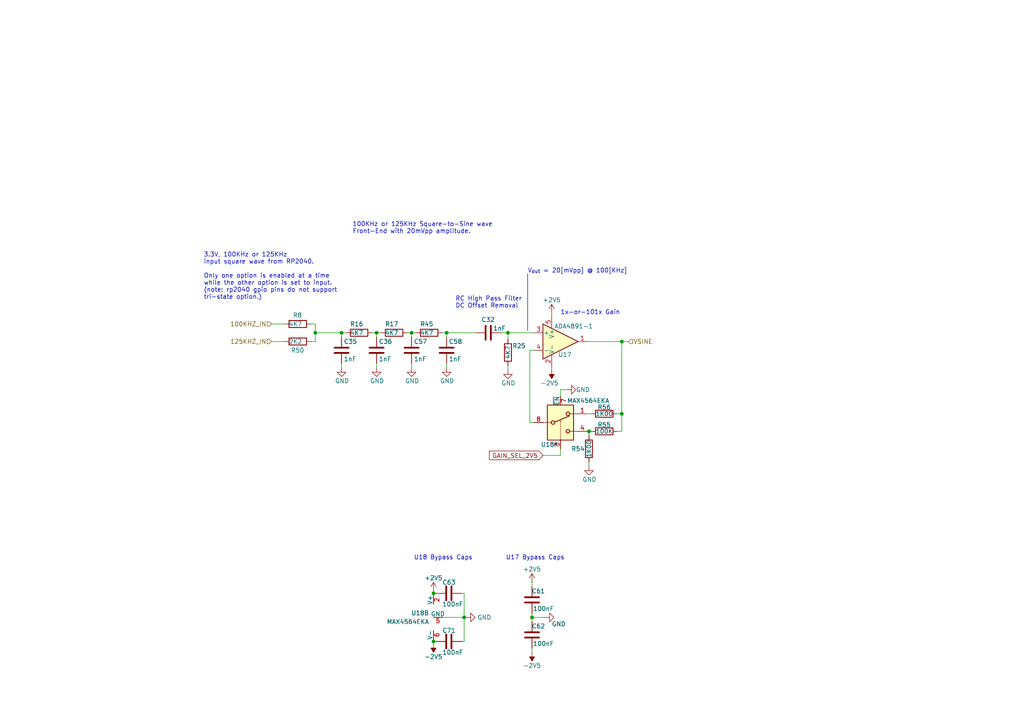
<source format=kicad_sch>
(kicad_sch (version 20231120) (generator "eeschema") (generator_version "8.0")
  (paper "A4")
  (title_block (title "Lickety Split Capacitive Lick Detector Main Board") (date "2023-09-01") (rev "1.0.0") (company "The Allen Institute for Neural Dynamics"))
  (lib_symbols
    (symbol "Device:C" (pin_numbers hide) (pin_names (offset 0.254))
      (property "Reference" "C" (at 0.635 2.54 0))
      (property "Value" "C" (at 0.635 -2.54 0))
      (symbol "C_0_1"
        (polyline (pts (xy -2.032 -0.762) (xy 2.032 -0.762)) (stroke (width 0.508)))
        (polyline (pts (xy -2.032 0.762) (xy 2.032 0.762)) (stroke (width 0.508)))
      )
      (symbol "C_1_1"
        (pin passive line (at 0 3.81 270) (length 2.794) (name "~") (number "1"))
        (pin passive line (at 0 -3.81 90) (length 2.794) (name "~") (number "2"))
      )
    )
    (symbol "Device:R" (pin_numbers hide) (pin_names (offset 0))
      (property "Reference" "R" (at 2.032 0 90))
      (property "Value" "R" (at 0 0 90))
      (symbol "R_0_1"
        (rectangle (start -1.016 -2.54) (end 1.016 2.54) (stroke (width 0.254)))
      )
      (symbol "R_1_1"
        (pin passive line (at 0 3.81 270) (length 1.27) (name "~") (number "1"))
        (pin passive line (at 0 -3.81 90) (length 1.27) (name "~") (number "2"))
      )
    )
    (symbol "kicad_component_library:ADA4891-1" (pin_names (offset 0.127))
      (property "Reference" "U" (at 0 5.08 0))
      (property "Value" "ADA4891-1" (at 0 -5.08 0))
      (symbol "ADA4891-1_0_1"
        (polyline (pts (xy -5.08 5.08) (xy 5.08 0) (xy -5.08 -5.08) (xy -5.08 5.08)) (stroke (width 0.254)) (fill (type background)))
        (pin power_in line (at -2.54 -7.62 90) (length 3.81) (name "V-") (number "2"))
        (pin power_in line (at -2.54 7.62 270) (length 3.81) (name "V+") (number "5"))
      )
      (symbol "ADA4891-1_1_1"
        (pin output line (at 7.62 0 180) (length 2.54) (name "~") (number "1"))
        (pin input line (at -7.62 2.54 0) (length 2.54) (name "+") (number "3"))
        (pin input line (at -7.62 -2.54 0) (length 2.54) (name "-") (number "4"))
      )
    )
    (symbol "kicad_component_library:MAX4564EKA+T" (pin_names (offset 0))
      (property "Reference" "U" (at -5.715 8.128 0))
      (property "Value" "MAX4564EKA" (at -15.24 6.35 0))
      (symbol "MAX4564EKA+T_1_1"
        (rectangle (start -3.81 5.08) (end 3.81 -5.08) (stroke (width 0.254)) (fill (type background)))
        (circle (center -2.159 0) (radius 0.508) (stroke (width 0.254)))
        (polyline (pts (xy -5.08 0) (xy -2.794 0)))
        (polyline (pts (xy -1.651 0.127) (xy 2.54 1.905)) (stroke (width 0.254)))
        (polyline (pts (xy 0 -5.08) (xy 0 -4.572)))
        (polyline (pts (xy 0 -4.318) (xy 0 -4.064)))
        (polyline (pts (xy 0 -3.81) (xy 0 -3.556)))
        (polyline (pts (xy 0 -3.302) (xy 0 -3.048)))
        (polyline (pts (xy 0 -2.794) (xy 0 -2.54)))
        (polyline (pts (xy 0 -2.286) (xy 0 -2.032)))
        (polyline (pts (xy 0 -1.778) (xy 0 -1.524)))
        (polyline (pts (xy 0 -1.27) (xy 0 -1.016)))
        (polyline (pts (xy 0 -0.762) (xy 0 -0.508)))
        (polyline (pts (xy 0 -0.254) (xy 0 0)))
        (polyline (pts (xy 0 0.254) (xy 0 0.508)))
        (polyline (pts (xy 0 0.254) (xy 0 0.508)))
        (polyline (pts (xy 5.08 -2.54) (xy 2.794 -2.54)))
        (polyline (pts (xy 5.08 2.54) (xy 2.794 2.54)))
        (circle (center 2.159 -2.54) (radius 0.508) (stroke (width 0.254)))
        (circle (center 2.159 2.54) (radius 0.508) (stroke (width 0.254)))
        (pin passive line (at 7.62 2.54 180) (length 2.54) (name "~") (number "1"))
        (pin input line (at 0 -7.62 90) (length 2.54) (name "~") (number "3"))
        (pin passive line (at 7.62 -2.54 180) (length 2.54) (name "~") (number "4"))
        (pin input line (at 0 7.62 270) (length 2.54) (name "~{EN}") (number "7"))
        (pin passive line (at -7.62 0 0) (length 2.54) (name "~") (number "8"))
      )
      (symbol "MAX4564EKA+T_2_0"
        (pin power_in line (at 0 6.35 270) (length 2.54) (name "V+") (number "2"))
        (pin power_in line (at 2.54 0 180) (length 2.54) (name "GND") (number "5"))
        (pin power_in line (at 0 -6.35 90) (length 2.54) (name "V-") (number "6"))
      )
    )
    (symbol "power:+2V5" (power) (pin_names (offset 0))
      (property "Value" "+2V5" (at 0 3.556 0))
      (symbol "+2V5_0_1"
        (polyline (pts (xy -0.762 1.27) (xy 0 2.54)))
        (polyline (pts (xy 0 0) (xy 0 2.54)))
        (polyline (pts (xy 0 2.54) (xy 0.762 1.27)))
      )
      (symbol "+2V5_1_1"
        (pin power_in line (at 0 0 90) (length 0) hide (name "+2V5") (number "1"))
      )
    )
    (symbol "power:-2V5" (power) (pin_names (offset 0))
      (property "Value" "-2V5" (at 0 3.81 0))
      (symbol "-2V5_0_0"
        (pin power_in line (at 0 0 90) (length 0) hide (name "-2V5") (number "1"))
      )
      (symbol "-2V5_0_1"
        (polyline (pts (xy 0 0) (xy 0 1.27) (xy 0.762 1.27) (xy 0 2.54) (xy -0.762 1.27) (xy 0 1.27)) (fill (type outline)))
      )
    )
    (symbol "power:GND" (power) (pin_names (offset 0))
      (property "Value" "GND" (at 0 -3.81 0))
      (symbol "GND_0_1"
        (polyline (pts (xy 0 0) (xy 0 -1.27) (xy 1.27 -1.27) (xy 0 -2.54) (xy -1.27 -1.27) (xy 0 -1.27)))
      )
      (symbol "GND_1_1"
        (pin power_in line (at 0 0 270) (length 0) hide (name "GND") (number "1"))
      )
    )
  )
  (junction (at 119.38 96.52))
  (junction (at 134.62 179.07))
  (junction (at 99.06 96.52))
  (junction (at 125.73 186.055))
  (junction (at 125.73 172.085))
  (junction (at 109.22 96.52))
  (junction (at 154.305 179.07))
  (junction (at 91.44 96.52))
  (junction (at 180.34 99.06))
  (junction (at 180.34 120.015))
  (junction (at 147.32 96.52))
  (junction (at 129.54 96.52))
  (junction (at 170.815 125.095))
  (wire (pts (xy 82.55 99.06) (xy 78.74 99.06)))
  (wire (pts (xy 119.38 97.79) (xy 119.38 96.52)))
  (wire (pts (xy 180.34 125.095) (xy 180.34 120.015)))
  (wire (pts (xy 133.985 186.055) (xy 134.62 186.055)))
  (wire (pts (xy 128.27 179.07) (xy 134.62 179.07)))
  (wire (pts (xy 154.305 168.91) (xy 154.305 170.18)))
  (wire (pts (xy 134.62 172.085) (xy 133.985 172.085)))
  (wire (pts (xy 129.54 96.52) (xy 128.27 96.52)))
  (wire (pts (xy 90.17 93.98) (xy 91.44 93.98)))
  (wire (pts (xy 154.94 122.555) (xy 153.67 122.555)))
  (wire (pts (xy 145.415 96.52) (xy 147.32 96.52)))
  (wire (pts (xy 153.67 101.6) (xy 153.67 122.555)))
  (wire (pts (xy 91.44 96.52) (xy 99.06 96.52)))
  (wire (pts (xy 179.07 120.015) (xy 180.34 120.015)))
  (wire (pts (xy 179.07 125.095) (xy 180.34 125.095)))
  (wire (pts (xy 134.62 179.07) (xy 134.62 172.085)))
  (wire (pts (xy 125.73 186.055) (xy 125.73 186.69)))
  (wire (pts (xy 125.73 172.085) (xy 126.365 172.085)))
  (wire (pts (xy 164.465 113.03) (xy 162.56 113.03)))
  (wire (pts (xy 129.54 96.52) (xy 137.795 96.52)))
  (wire (pts (xy 99.06 105.41) (xy 99.06 106.68)))
  (wire (pts (xy 125.73 171.45) (xy 125.73 172.085)))
  (wire (pts (xy 125.73 172.085) (xy 125.73 172.72)))
  (wire (pts (xy 154.305 179.07) (xy 158.115 179.07)))
  (wire (pts (xy 154.305 179.07) (xy 154.305 180.34)))
  (wire (pts (xy 125.73 185.42) (xy 125.73 186.055)))
  (wire (pts (xy 125.73 186.055) (xy 126.365 186.055)))
  (wire (pts (xy 91.44 96.52) (xy 91.44 99.06)))
  (wire (pts (xy 119.38 96.52) (xy 120.65 96.52)))
  (polyline (pts (xy 153.035 79.375) (xy 153.035 95.885)))
  (wire (pts (xy 170.815 125.095) (xy 171.45 125.095)))
  (wire (pts (xy 180.34 99.06) (xy 182.245 99.06)))
  (wire (pts (xy 99.06 96.52) (xy 100.33 96.52)))
  (wire (pts (xy 119.38 96.52) (xy 118.11 96.52)))
  (wire (pts (xy 157.48 132.08) (xy 162.56 132.08)))
  (wire (pts (xy 170.18 125.095) (xy 170.815 125.095)))
  (wire (pts (xy 109.22 96.52) (xy 107.95 96.52)))
  (wire (pts (xy 119.38 105.41) (xy 119.38 106.68)))
  (wire (pts (xy 147.32 96.52) (xy 154.94 96.52)))
  (wire (pts (xy 99.06 97.79) (xy 99.06 96.52)))
  (wire (pts (xy 160.02 90.805) (xy 160.02 91.44)))
  (wire (pts (xy 147.32 96.52) (xy 147.32 98.425)))
  (wire (pts (xy 160.02 106.68) (xy 160.02 107.315)))
  (wire (pts (xy 78.74 93.98) (xy 82.55 93.98)))
  (wire (pts (xy 180.34 99.06) (xy 180.34 120.015)))
  (wire (pts (xy 109.22 96.52) (xy 110.49 96.52)))
  (wire (pts (xy 154.94 101.6) (xy 153.67 101.6)))
  (wire (pts (xy 109.22 97.79) (xy 109.22 96.52)))
  (wire (pts (xy 162.56 130.175) (xy 162.56 132.08)))
  (wire (pts (xy 170.18 99.06) (xy 180.34 99.06)))
  (wire (pts (xy 134.62 179.07) (xy 135.255 179.07)))
  (wire (pts (xy 147.32 106.045) (xy 147.32 107.315)))
  (wire (pts (xy 162.56 113.03) (xy 162.56 114.935)))
  (wire (pts (xy 129.54 97.79) (xy 129.54 96.52)))
  (wire (pts (xy 134.62 186.055) (xy 134.62 179.07)))
  (wire (pts (xy 91.44 93.98) (xy 91.44 96.52)))
  (wire (pts (xy 154.305 177.8) (xy 154.305 179.07)))
  (wire (pts (xy 170.815 133.985) (xy 170.815 135.255)))
  (wire (pts (xy 90.17 99.06) (xy 91.44 99.06)))
  (wire (pts (xy 109.22 105.41) (xy 109.22 106.68)))
  (wire (pts (xy 154.305 187.96) (xy 154.305 189.23)))
  (wire (pts (xy 170.815 125.095) (xy 170.815 126.365)))
  (wire (pts (xy 170.18 120.015) (xy 171.45 120.015)))
  (wire (pts (xy 129.54 105.41) (xy 129.54 106.68)))
  (text "100KHz or 125KHz Square-to-Sine wave\nFront-End with 20mVpp amplitude." (at 102.235 67.945 0) (effects (font (size 1.27 1.27)) (justify left bottom)))
  (text "3.3V, 100KHz or 125KHz\ninput square wave from RP2040.\n\nOnly one option is enabled at a time\nwhile the other option is set to input.\n(note: rp2040 gpio pins do not support\ntri-state option.)" (at 59.055 86.995 0) (effects (font (size 1.27 1.27)) (justify left bottom)))
  (text "RC High Pass Filter\nDC Offset Removal" (at 132.08 89.535 0) (effects (font (size 1.27 1.27)) (justify left bottom)))
  (text "V_{out} = 20[mVpp] @ 100[KHz]" (at 153.035 79.375 0) (effects (font (size 1.27 1.27)) (justify left bottom)))
  (text "U18 Bypass Caps" (at 120.015 162.56 0) (effects (font (size 1.27 1.27)) (justify left bottom)))
  (text "1x-or-101x Gain" (at 162.56 91.44 0) (effects (font (size 1.27 1.27)) (justify left bottom)))
  (text "U17 Bypass Caps" (at 146.685 162.56 0) (effects (font (size 1.27 1.27)) (justify left bottom)))
  (global_label "GAIN_SEL_2V5" (shape input) (at 157.48 132.08 180) (property "Intersheetrefs" "${INTERSHEET_REFS}" (effects (hide yes))))
  (hierarchical_label "125KHZ_IN" (shape input) (at 78.74 99.06 180))
  (hierarchical_label "VSINE" (shape input) (at 182.245 99.06 0))
  (hierarchical_label "100KHZ_IN" (shape input) (at 78.74 93.98 180))
  (symbol (lib_id "power:GND") (at 158.115 179.07 90) (unit 1)
    (property "Reference" "#PWR0130" (effects (hide yes)))
    (property "Value" "GND" (at 160.02 180.975 90) (effects (justify right)))
  )
  (symbol (lib_id "power:+2V5") (at 160.02 90.805 0) (unit 1)
    (property "Reference" "#PWR0122" (effects (hide yes)))
    (property "Value" "+2V5" (at 160.02 86.995 0))
  )
  (symbol (lib_id "Device:C") (at 154.305 173.99 180) (unit 1)
    (property "Reference" "C61" (at 158.115 171.45 0) (effects (justify left)))
    (property "Value" "100nF" (at 160.655 176.53 0) (effects (justify left)))
    (property "Footprint" "Capacitor_SMD:C_0402_1005Metric" (effects (hide yes)))
    (property "Datasheet" "http://www.passivecomponent.com/wp-content/uploads/datasheet/WTC_MLCC_General_Purpose.pdf" (effects (hide yes)))
    (property "Link" "https://www.digikey.com/en/products/detail/walsin-technology-corporation/0402B104K160CT/6707534" (effects (hide yes)))
    (property "Manufacturer" "Walson Technology Corporation" (effects (hide yes)))
    (property "Manufacturer Number" "0402B104K160CT" (effects (hide yes)))
    (property "Rated Voltage" "16V" (effects (hide yes)))
    (property "Temperature Coefficient" "X7R" (effects (hide yes)))
    (property "Tolerance" "10%" (effects (hide yes)))
  )
  (symbol (lib_id "Device:C") (at 130.175 172.085 270) (unit 1)
    (property "Reference" "C63" (at 128.27 168.91 90) (effects (justify left)))
    (property "Value" "100nF" (at 128.27 175.26 90) (effects (justify left)))
    (property "Footprint" "Capacitor_SMD:C_0402_1005Metric" (effects (hide yes)))
    (property "Datasheet" "http://www.passivecomponent.com/wp-content/uploads/datasheet/WTC_MLCC_General_Purpose.pdf" (effects (hide yes)))
    (property "Link" "https://www.digikey.com/en/products/detail/walsin-technology-corporation/0402B104K160CT/6707534" (effects (hide yes)))
    (property "Manufacturer" "Walson Technology Corporation" (effects (hide yes)))
    (property "Manufacturer Number" "0402B104K160CT" (effects (hide yes)))
    (property "Rated Voltage" "16V" (effects (hide yes)))
    (property "Temperature Coefficient" "X7R" (effects (hide yes)))
    (property "Tolerance" "10%" (effects (hide yes)))
  )
  (symbol (lib_id "Device:R") (at 175.26 120.015 90) (unit 1)
    (property "Reference" "R56" (at 175.26 118.11 90))
    (property "Value" "1K00" (at 175.26 120.015 90))
    (property "Footprint" "Resistor_SMD:R_0402_1005Metric" (effects (hide yes)))
    (property "Datasheet" "https://www.yageo.com/upload/media/product/app/datasheet/rchip/pyu-rt_1-to-0.01_rohs_l.pdf" (effects (hide yes)))
    (property "Tolerance" "0.1%" (effects (hide yes)))
    (property "Link" "https://www.digikey.com/en/products/detail/yageo/RT0402BRB071KL/5925998" (effects (hide yes)))
    (property "Manufacturer" "Yageo" (effects (hide yes)))
    (property "Manufacturer Number" "RT0402BRB071KL" (effects (hide yes)))
  )
  (symbol (lib_id "Device:R") (at 104.14 96.52 90) (unit 1)
    (property "Reference" "R16" (at 105.41 93.98 90) (effects (justify left)))
    (property "Value" "4K7" (at 105.41 96.52 90) (effects (justify left)))
    (property "Footprint" "Resistor_SMD:R_0402_1005Metric" (effects (hide yes)))
    (property "Datasheet" "https://www.koaspeer.com/pdfs/RN73R.pdf" (effects (hide yes)))
    (property "Link" "https://www.digikey.com/en/products/detail/koa-speer-electronics-inc/RN73R1ETTP4701B25/9991850" (effects (hide yes)))
    (property "Manufacturer" "KOA Speer Electronics, Inc." (effects (hide yes)))
    (property "Manufacturer Number" "RN73R1ETTP4701B25" (effects (hide yes)))
    (property "Tolerance" "0.1%" (effects (hide yes)))
    (property "Vendor Number" "2019-RN73R1ETTP4701B25DKR-ND" (effects (hide yes)))
  )
  (symbol (lib_id "Device:C") (at 130.175 186.055 270) (unit 1)
    (property "Reference" "C71" (at 128.27 182.88 90) (effects (justify left)))
    (property "Value" "100nF" (at 128.27 189.23 90) (effects (justify left)))
    (property "Footprint" "Capacitor_SMD:C_0402_1005Metric" (effects (hide yes)))
    (property "Datasheet" "http://www.passivecomponent.com/wp-content/uploads/datasheet/WTC_MLCC_General_Purpose.pdf" (effects (hide yes)))
    (property "Link" "https://www.digikey.com/en/products/detail/walsin-technology-corporation/0402B104K160CT/6707534" (effects (hide yes)))
    (property "Manufacturer" "Walson Technology Corporation" (effects (hide yes)))
    (property "Manufacturer Number" "0402B104K160CT" (effects (hide yes)))
    (property "Rated Voltage" "16V" (effects (hide yes)))
    (property "Temperature Coefficient" "X7R" (effects (hide yes)))
    (property "Tolerance" "10%" (effects (hide yes)))
  )
  (symbol (lib_id "Device:R") (at 124.46 96.52 90) (unit 1)
    (property "Reference" "R45" (at 125.73 93.98 90) (effects (justify left)))
    (property "Value" "4K7" (at 125.73 96.52 90) (effects (justify left)))
    (property "Footprint" "Resistor_SMD:R_0402_1005Metric" (effects (hide yes)))
    (property "Datasheet" "https://www.koaspeer.com/pdfs/RN73R.pdf" (effects (hide yes)))
    (property "Link" "https://www.digikey.com/en/products/detail/koa-speer-electronics-inc/RN73R1ETTP4701B25/9991850" (effects (hide yes)))
    (property "Manufacturer" "KOA Speer Electronics, Inc." (effects (hide yes)))
    (property "Manufacturer Number" "RN73R1ETTP4701B25" (effects (hide yes)))
    (property "Tolerance" "0.1%" (effects (hide yes)))
    (property "Vendor Number" "2019-RN73R1ETTP4701B25DKR-ND" (effects (hide yes)))
  )
  (symbol (lib_id "Device:C") (at 141.605 96.52 90) (unit 1)
    (property "Reference" "C32" (at 143.51 92.71 90) (effects (justify left)))
    (property "Value" "1nF" (at 146.685 95.25 90) (effects (justify left)))
    (property "Footprint" "Capacitor_SMD:C_0402_1005Metric" (effects (hide yes)))
    (property "Datasheet" "https://search.murata.co.jp/Ceramy/image/img/A01X/G101/ENG/GCM1555C1H102FA16-01.pdf" (effects (hide yes)))
    (property "Link" "https://www.digikey.com/en/products/detail/murata-electronics/GCM1555C1H102FA16D/7363205" (effects (hide yes)))
    (property "Manufacturer Number" "GCM1555C1H102FA16D" (effects (hide yes)))
    (property "Manufacturer" "Murata Electronics" (effects (hide yes)))
    (property "Rated Voltage" "50V" (effects (hide yes)))
    (property "Temperature Coefficient" "COG/NP0" (effects (hide yes)))
    (property "Vendor Number" "490-16461-6-ND" (effects (hide yes)))
    (property "Tolerance" "1%" (effects (hide yes)))
  )
  (symbol (lib_id "power:GND") (at 164.465 113.03 90) (unit 1)
    (property "Reference" "#PWR0131" (effects (hide yes)))
    (property "Value" "GND" (at 167.005 113.03 90) (effects (justify right)))
  )
  (symbol (lib_id "Device:R") (at 114.3 96.52 90) (unit 1)
    (property "Reference" "R17" (at 115.57 93.98 90) (effects (justify left)))
    (property "Value" "4K7" (at 115.57 96.52 90) (effects (justify left)))
    (property "Footprint" "Resistor_SMD:R_0402_1005Metric" (effects (hide yes)))
    (property "Datasheet" "https://www.koaspeer.com/pdfs/RN73R.pdf" (effects (hide yes)))
    (property "Link" "https://www.digikey.com/en/products/detail/koa-speer-electronics-inc/RN73R1ETTP4701B25/9991850" (effects (hide yes)))
    (property "Manufacturer" "KOA Speer Electronics, Inc." (effects (hide yes)))
    (property "Manufacturer Number" "RN73R1ETTP4701B25" (effects (hide yes)))
    (property "Tolerance" "0.1%" (effects (hide yes)))
    (property "Vendor Number" "2019-RN73R1ETTP4701B25DKR-ND" (effects (hide yes)))
  )
  (symbol (lib_id "power:GND") (at 99.06 106.68 0) (unit 1)
    (property "Reference" "#PWR070" (effects (hide yes)))
    (property "Value" "GND" (at 97.155 110.49 0) (effects (justify left)))
  )
  (symbol (lib_id "Device:R") (at 86.36 99.06 90) (unit 1)
    (property "Reference" "R50" (at 88.265 101.6 90) (effects (justify left)))
    (property "Value" "2K2" (at 87.63 99.06 90) (effects (justify left)))
    (property "Footprint" "Resistor_SMD:R_0402_1005Metric" (effects (hide yes)))
    (property "Datasheet" "https://www.yageo.com/upload/media/product/app/datasheet/rchip/pyu-rt_1-to-0.01_rohs_l.pdf" (effects (hide yes)))
    (property "Link" "https://www.digikey.com/en/products/detail/yageo/RT0402BRE072K2L/1069637" (effects (hide yes)))
    (property "Manufacturer" "Yageo" (effects (hide yes)))
    (property "Manufacturer Number" "RT0402BRE072K2L" (effects (hide yes)))
    (property "Tolerance" "0.1%" (effects (hide yes)))
  )
  (symbol (lib_id "Device:C") (at 99.06 101.6 0) (unit 1)
    (property "Reference" "C35" (at 99.695 99.06 0) (effects (justify left)))
    (property "Value" "1nF" (at 99.695 104.14 0) (effects (justify left)))
    (property "Footprint" "Capacitor_SMD:C_0402_1005Metric" (effects (hide yes)))
    (property "Datasheet" "https://search.murata.co.jp/Ceramy/image/img/A01X/G101/ENG/GCM1555C1H102FA16-01.pdf" (effects (hide yes)))
    (property "Link" "https://www.digikey.com/en/products/detail/murata-electronics/GCM1555C1H102FA16D/7363205" (effects (hide yes)))
    (property "Manufacturer Number" "GCM1555C1H102FA16D" (effects (hide yes)))
    (property "Manufacturer" "Murata Electronics" (effects (hide yes)))
    (property "Rated Voltage" "50V" (effects (hide yes)))
    (property "Temperature Coefficient" "COG/NP0" (effects (hide yes)))
    (property "Vendor Number" "490-16461-6-ND" (effects (hide yes)))
    (property "Tolerance" "1%" (effects (hide yes)))
  )
  (symbol (lib_id "power:GND") (at 147.32 107.315 0) (unit 1)
    (property "Reference" "#PWR047" (effects (hide yes)))
    (property "Value" "GND" (at 145.415 111.125 0) (effects (justify left)))
  )
  (symbol (lib_id "kicad_component_library:ADA4891-1") (at 162.56 99.06 0) (unit 1)
    (property "Reference" "U17" (at 163.83 102.87 0))
    (property "Value" "ADA4891-1" (at 166.37 94.615 0))
    (property "Footprint" "Package_TO_SOT_SMD:SOT-23-5" (effects (hide yes)))
    (property "Datasheet" "https://www.analog.com/media/en/technical-documentation/data-sheets/ADA4891-1_4891-2_4891-3_4891-4.PDF" (effects (hide yes)))
    (property "Manufacturer" "Analog Devices Inc." (effects (hide yes)))
    (property "Manufacturer Number" "ADA4891-1ARJZ-R7" (effects (hide yes)))
    (property "Link" "https://www.digikey.com/en/products/detail/analog-devices-inc/ADA4891-1ARJZ-R7/2342630" (effects (hide yes)))
  )
  (symbol (lib_id "Device:R") (at 175.26 125.095 90) (unit 1)
    (property "Reference" "R55" (at 175.26 123.19 90))
    (property "Value" "100K" (at 175.26 125.095 90))
    (property "Footprint" "Resistor_SMD:R_0402_1005Metric" (effects (hide yes)))
    (property "Datasheet" "https://www.yageo.com/upload/media/product/app/datasheet/rchip/pyu-rt_1-to-0.01_rohs_l.pdf" (effects (hide yes)))
    (property "Link" "https://www.digikey.com/en/products/detail/yageo/RT0402BRD07100KL/1068989" (effects (hide yes)))
    (property "Manufacturer" "Yageo" (effects (hide yes)))
    (property "Manufacturer Number" "RT0402BRD07100KL" (effects (hide yes)))
    (property "Tolerance" "0.1%" (effects (hide yes)))
  )
  (symbol (lib_id "Device:R") (at 86.36 93.98 90) (unit 1)
    (property "Reference" "R8" (at 87.63 91.44 90) (effects (justify left)))
    (property "Value" "4K7" (at 87.63 93.98 90) (effects (justify left)))
    (property "Footprint" "Resistor_SMD:R_0402_1005Metric" (effects (hide yes)))
    (property "Datasheet" "https://www.koaspeer.com/pdfs/RN73R.pdf" (effects (hide yes)))
    (property "Link" "https://www.digikey.com/en/products/detail/koa-speer-electronics-inc/RN73R1ETTP4701B25/9991850" (effects (hide yes)))
    (property "Manufacturer" "KOA Speer Electronics, Inc." (effects (hide yes)))
    (property "Manufacturer Number" "RN73R1ETTP4701B25" (effects (hide yes)))
    (property "Tolerance" "0.1%" (effects (hide yes)))
    (property "Vendor Number" "2019-RN73R1ETTP4701B25DKR-ND" (effects (hide yes)))
  )
  (symbol (lib_id "power:+2V5") (at 125.73 171.45 0) (unit 1)
    (property "Reference" "#PWR0126" (effects (hide yes)))
    (property "Value" "+2V5" (at 125.73 167.64 0))
  )
  (symbol (lib_id "Device:R") (at 147.32 102.235 0) (unit 1)
    (property "Reference" "R25" (at 148.59 100.33 0) (effects (justify left)))
    (property "Value" "4K7" (at 147.32 104.14 90) (effects (justify left)))
    (property "Footprint" "Resistor_SMD:R_0402_1005Metric" (effects (hide yes)))
    (property "Datasheet" "https://www.koaspeer.com/pdfs/RN73R.pdf" (effects (hide yes)))
    (property "Link" "https://www.digikey.com/en/products/detail/koa-speer-electronics-inc/RN73R1ETTP4701B25/9991850" (effects (hide yes)))
    (property "Manufacturer" "KOA Speer Electronics, Inc." (effects (hide yes)))
    (property "Manufacturer Number" "RN73R1ETTP4701B25" (effects (hide yes)))
    (property "Tolerance" "0.1%" (effects (hide yes)))
    (property "Vendor Number" "2019-RN73R1ETTP4701B25DKR-ND" (effects (hide yes)))
  )
  (symbol (lib_id "power:GND") (at 129.54 106.68 0) (unit 1)
    (property "Reference" "#PWR090" (effects (hide yes)))
    (property "Value" "GND" (at 127.635 110.49 0) (effects (justify left)))
  )
  (symbol (lib_id "power:+2V5") (at 154.305 168.91 0) (unit 1)
    (property "Reference" "#PWR0128" (effects (hide yes)))
    (property "Value" "+2V5" (at 154.305 165.1 0))
  )
  (symbol (lib_id "power:-2V5") (at 154.305 189.23 180) (unit 1)
    (property "Reference" "#PWR0129" (effects (hide yes)))
    (property "Value" "-2V5" (at 154.305 193.04 0))
  )
  (symbol (lib_id "Device:C") (at 119.38 101.6 0) (unit 1)
    (property "Reference" "C57" (at 120.015 99.06 0) (effects (justify left)))
    (property "Value" "1nF" (at 120.015 104.14 0) (effects (justify left)))
    (property "Footprint" "Capacitor_SMD:C_0402_1005Metric" (effects (hide yes)))
    (property "Datasheet" "https://search.murata.co.jp/Ceramy/image/img/A01X/G101/ENG/GCM1555C1H102FA16-01.pdf" (effects (hide yes)))
    (property "Link" "https://www.digikey.com/en/products/detail/murata-electronics/GCM1555C1H102FA16D/7363205" (effects (hide yes)))
    (property "Manufacturer Number" "GCM1555C1H102FA16D" (effects (hide yes)))
    (property "Manufacturer" "Murata Electronics" (effects (hide yes)))
    (property "Rated Voltage" "50V" (effects (hide yes)))
    (property "Temperature Coefficient" "COG/NP0" (effects (hide yes)))
    (property "Vendor Number" "490-16461-6-ND" (effects (hide yes)))
    (property "Tolerance" "1%" (effects (hide yes)))
  )
  (symbol (lib_id "power:GND") (at 135.255 179.07 90) (unit 1)
    (property "Reference" "#PWR0151" (effects (hide yes)))
    (property "Value" "GND" (at 138.43 179.07 90) (effects (justify right)))
  )
  (symbol (lib_id "Device:C") (at 129.54 101.6 0) (unit 1)
    (property "Reference" "C58" (at 130.175 99.06 0) (effects (justify left)))
    (property "Value" "1nF" (at 130.175 104.14 0) (effects (justify left)))
    (property "Footprint" "Capacitor_SMD:C_0402_1005Metric" (effects (hide yes)))
    (property "Datasheet" "https://search.murata.co.jp/Ceramy/image/img/A01X/G101/ENG/GCM1555C1H102FA16-01.pdf" (effects (hide yes)))
    (property "Link" "https://www.digikey.com/en/products/detail/murata-electronics/GCM1555C1H102FA16D/7363205" (effects (hide yes)))
    (property "Manufacturer Number" "GCM1555C1H102FA16D" (effects (hide yes)))
    (property "Manufacturer" "Murata Electronics" (effects (hide yes)))
    (property "Rated Voltage" "50V" (effects (hide yes)))
    (property "Temperature Coefficient" "COG/NP0" (effects (hide yes)))
    (property "Vendor Number" "490-16461-6-ND" (effects (hide yes)))
    (property "Tolerance" "1%" (effects (hide yes)))
  )
  (symbol (lib_id "kicad_component_library:MAX4564EKA+T") (at 162.56 122.555 0) (unit 1)
    (property "Reference" "U18" (at 156.845 128.905 0) (effects (justify left)))
    (property "Value" "MAX4564EKA" (at 164.465 116.205 0) (effects (justify left)))
    (property "Footprint" "Package_TO_SOT_SMD:SOT-23-8" (effects (hide yes)))
    (property "Datasheet" "https://www.analog.com/media/en/technical-documentation/data-sheets/MAX4564.pdf" (effects (hide yes)))
    (property "Link" "https://www.digikey.com/en/products/detail/analog-devices-inc-maxim-integrated/MAX4564EKA-T/1781971" (effects (hide yes)))
    (property "Manufacturer" "Analog Devices Inc./Maxim Integrated" (effects (hide yes)))
    (property "Manufacturer Number" "MAX4564EKA+T" (effects (hide yes)))
  )
  (symbol (lib_id "power:GND") (at 109.22 106.68 0) (unit 1)
    (property "Reference" "#PWR072" (effects (hide yes)))
    (property "Value" "GND" (at 107.315 110.49 0) (effects (justify left)))
  )
  (symbol (lib_id "Device:R") (at 170.815 130.175 0) (unit 1)
    (property "Reference" "R54" (at 167.64 130.175 0))
    (property "Value" "1K00" (at 170.815 130.175 90))
    (property "Footprint" "Resistor_SMD:R_0402_1005Metric" (effects (hide yes)))
    (property "Datasheet" "https://www.yageo.com/upload/media/product/app/datasheet/rchip/pyu-rt_1-to-0.01_rohs_l.pdf" (effects (hide yes)))
    (property "Tolerance" "0.1%" (effects (hide yes)))
    (property "Link" "https://www.digikey.com/en/products/detail/yageo/RT0402BRB071KL/5925998" (effects (hide yes)))
    (property "Manufacturer" "Yageo" (effects (hide yes)))
    (property "Manufacturer Number" "RT0402BRB071KL" (effects (hide yes)))
  )
  (symbol (lib_id "power:-2V5") (at 160.02 107.315 180) (unit 1)
    (property "Reference" "#PWR0123" (effects (hide yes)))
    (property "Value" "-2V5" (at 159.385 111.125 0))
  )
  (symbol (lib_id "Device:C") (at 109.22 101.6 0) (unit 1)
    (property "Reference" "C36" (at 109.855 99.06 0) (effects (justify left)))
    (property "Value" "1nF" (at 109.855 104.14 0) (effects (justify left)))
    (property "Footprint" "Capacitor_SMD:C_0402_1005Metric" (effects (hide yes)))
    (property "Datasheet" "https://search.murata.co.jp/Ceramy/image/img/A01X/G101/ENG/GCM1555C1H102FA16-01.pdf" (effects (hide yes)))
    (property "Link" "https://www.digikey.com/en/products/detail/murata-electronics/GCM1555C1H102FA16D/7363205" (effects (hide yes)))
    (property "Manufacturer Number" "GCM1555C1H102FA16D" (effects (hide yes)))
    (property "Manufacturer" "Murata Electronics" (effects (hide yes)))
    (property "Rated Voltage" "50V" (effects (hide yes)))
    (property "Temperature Coefficient" "COG/NP0" (effects (hide yes)))
    (property "Vendor Number" "490-16461-6-ND" (effects (hide yes)))
    (property "Tolerance" "1%" (effects (hide yes)))
  )
  (symbol (lib_id "power:GND") (at 119.38 106.68 0) (unit 1)
    (property "Reference" "#PWR073" (effects (hide yes)))
    (property "Value" "GND" (at 117.475 110.49 0) (effects (justify left)))
  )
  (symbol (lib_id "power:GND") (at 170.815 135.255 0) (unit 1)
    (property "Reference" "#PWR013" (effects (hide yes)))
    (property "Value" "GND" (at 168.91 139.065 0) (effects (justify left)))
  )
  (symbol (lib_id "power:-2V5") (at 125.73 186.69 180) (unit 1)
    (property "Reference" "#PWR0127" (effects (hide yes)))
    (property "Value" "-2V5" (at 125.73 190.5 0))
  )
  (symbol (lib_id "kicad_component_library:MAX4564EKA+T") (at 125.73 179.07 0) (unit 2)
    (property "Reference" "U18" (at 124.46 177.8 0) (effects (justify right)))
    (property "Value" "MAX4564EKA" (at 124.46 180.34 0) (effects (justify right)))
    (property "Footprint" "Package_TO_SOT_SMD:SOT-23-8" (effects (hide yes)))
    (property "Datasheet" "https://www.analog.com/media/en/technical-documentation/data-sheets/MAX4564.pdf" (effects (hide yes)))
    (property "Link" "https://www.digikey.com/en/products/detail/analog-devices-inc-maxim-integrated/MAX4564EKA-T/1781971" (effects (hide yes)))
    (property "Manufacturer" "Analog Devices Inc./Maxim Integrated" (effects (hide yes)))
    (property "Manufacturer Number" "MAX4564EKA+T" (effects (hide yes)))
  )
  (symbol (lib_id "Device:C") (at 154.305 184.15 180) (unit 1)
    (property "Reference" "C62" (at 158.115 181.61 0) (effects (justify left)))
    (property "Value" "100nF" (at 160.655 186.69 0) (effects (justify left)))
    (property "Footprint" "Capacitor_SMD:C_0402_1005Metric" (effects (hide yes)))
    (property "Datasheet" "http://www.passivecomponent.com/wp-content/uploads/datasheet/WTC_MLCC_General_Purpose.pdf" (effects (hide yes)))
    (property "Link" "https://www.digikey.com/en/products/detail/walsin-technology-corporation/0402B104K160CT/6707534" (effects (hide yes)))
    (property "Manufacturer" "Walson Technology Corporation" (effects (hide yes)))
    (property "Manufacturer Number" "0402B104K160CT" (effects (hide yes)))
    (property "Rated Voltage" "16V" (effects (hide yes)))
    (property "Temperature Coefficient" "X7R" (effects (hide yes)))
    (property "Tolerance" "10%" (effects (hide yes)))
  )
)
</source>
